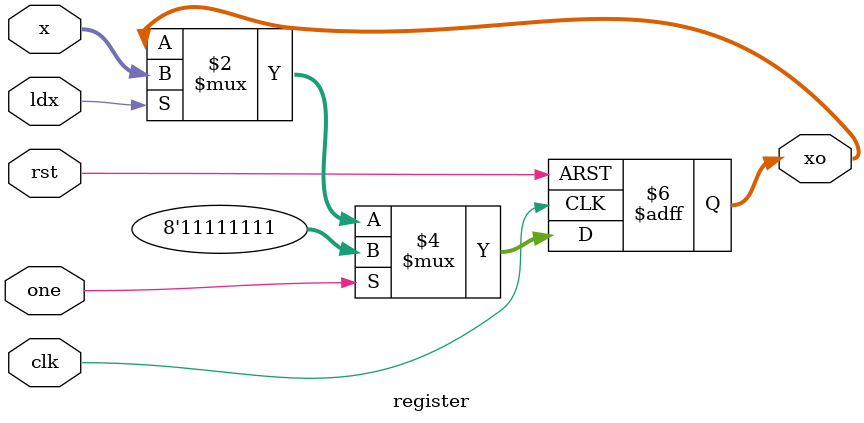
<source format=v>
`timescale 1ns/1ns
module register(input clk,rst,ldx,one, input[7:0] x,output reg[7:0] xo);

always@(posedge clk, posedge rst)begin
if(rst)
   xo <= 0;
else
  if(one)
    xo <= 8'b11111111;
  else
    xo <= ldx ? x : xo;
end

endmodule
</source>
